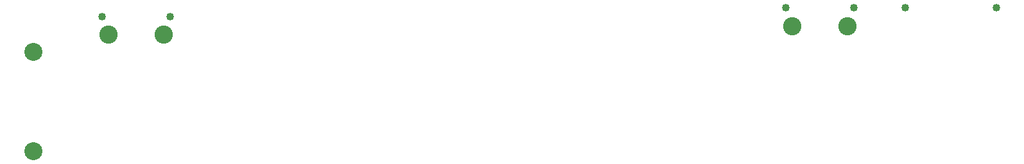
<source format=gbr>
%TF.GenerationSoftware,Altium Limited,Altium Designer,25.3.3 (18)*%
G04 Layer_Color=0*
%FSLAX45Y45*%
%MOMM*%
%TF.SameCoordinates,7852E7E1-4E30-4CDD-8EF1-640B4E54786C*%
%TF.FilePolarity,Positive*%
%TF.FileFunction,NonPlated,1,4,NPTH,Drill*%
%TF.Part,Single*%
G01*
G75*
%TA.AperFunction,ComponentDrill*%
%ADD150C,2.38000*%
%ADD151C,1.02000*%
%ADD152C,2.41000*%
D150*
X4148600Y8887800D02*
D03*
Y10201800D02*
D03*
D151*
X14068500Y10782600D02*
D03*
X14968500D02*
D03*
X5051500Y10668300D02*
D03*
X5951500D02*
D03*
X16844955Y10780100D02*
D03*
X15644955D02*
D03*
D152*
X14883501Y10538600D02*
D03*
X14153500D02*
D03*
X5866500Y10424300D02*
D03*
X5136500D02*
D03*
%TF.MD5,735b3600f8372886e3e57ba98474f99d*%
M02*

</source>
